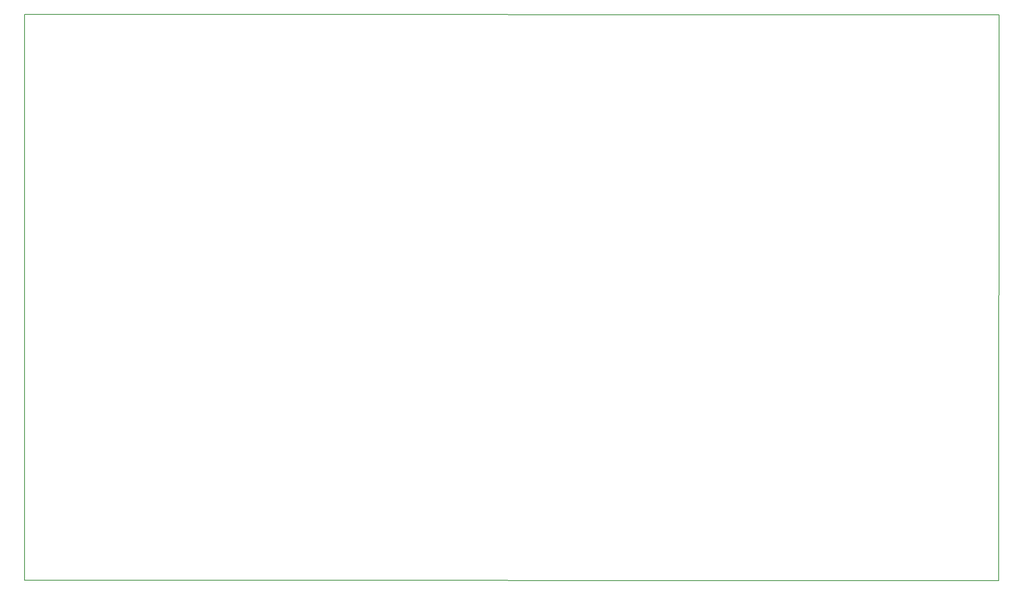
<source format=gbr>
G04 DipTrace 3.0.0.2*
G04 BoardOutline.gbr*
%MOMM*%
G04 #@! TF.FileFunction,Profile*
G04 #@! TF.Part,Single*
%ADD11C,0.14*%
%FSLAX35Y35*%
G04*
G71*
G90*
G75*
G01*
G04 BoardOutline*
%LPD*%
X1000800Y13320300D2*
D11*
X22183800Y13311300D1*
X22176300Y1000800D1*
X1000800Y1006800D1*
Y13320300D1*
M02*

</source>
